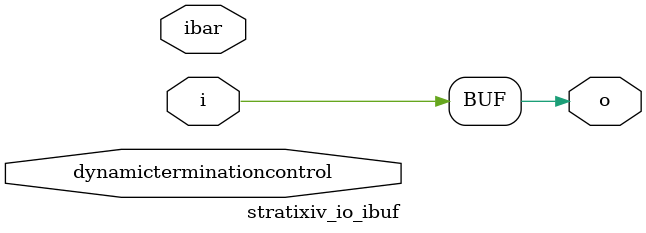
<source format=v>

module stratixiv_io_ibuf (
// INTERFACE BEGIN
    i,
    ibar,
    dynamicterminationcontrol,
    o
// INTERFACE END
);

//Simulation only parameter
parameter differential_mode = "false";
parameter bus_hold = "false";
parameter lpm_type = "stratixiv_io_ibuf";

//Input Ports Declaration
input i;
input ibar;
input dynamicterminationcontrol;

//Output Ports Declaration
output o;

// Internal signals

//IMPLEMENTATION BEGIN

assign o = i;

// IMPLEMENTATION END
endmodule
// MODEL END

</source>
